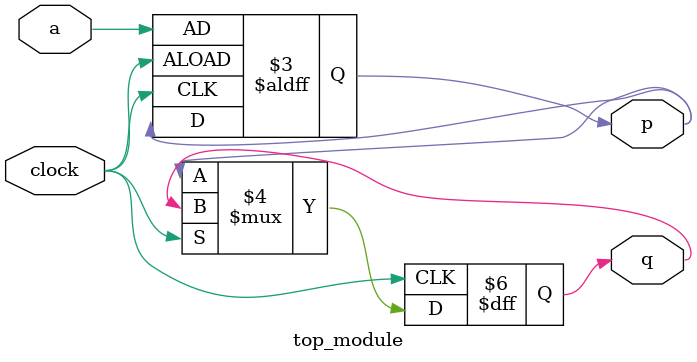
<source format=sv>
module top_module (
    input clock,
    input a,
    output reg p,
    output reg q
);

    always @(posedge clock or negedge clock) begin
        if (!clock) begin
            q <= p; // Update q to previous value of p on negative edge of clock
        end
        else begin
            p <= a; // Update p with value of a on positive edge of clock
        end
    end
    
endmodule

</source>
